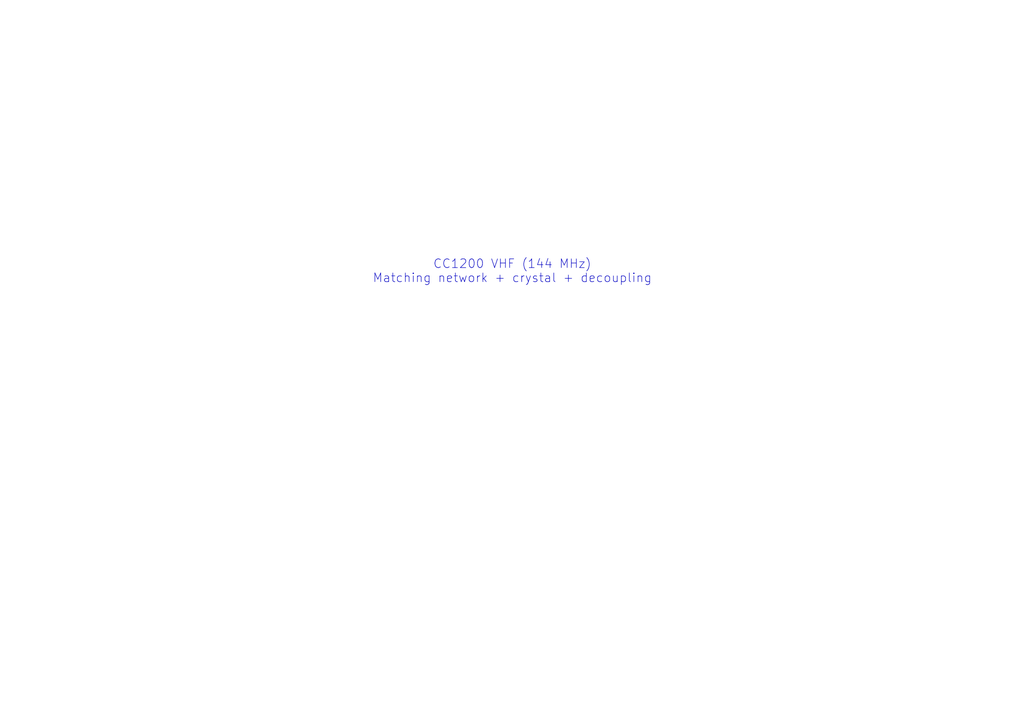
<source format=kicad_sch>
(kicad_sch
	(version 20250114)
	(generator "eeschema")
	(generator_version "9.0")
	(uuid "a0000002-0001-0000-0000-000000000001")
	(paper "A4")
	(lib_symbols)
	(text "CC1200 VHF (144 MHz)\nMatching network + crystal + decoupling"
		(exclude_from_sim no)
		(at 148.59 78.74 0)
		(effects
			(font
				(size 2.54 2.54)
			)
		)
	)
	(sheet_instances
		(path "/"
			(page "2")
		)
	)
)

</source>
